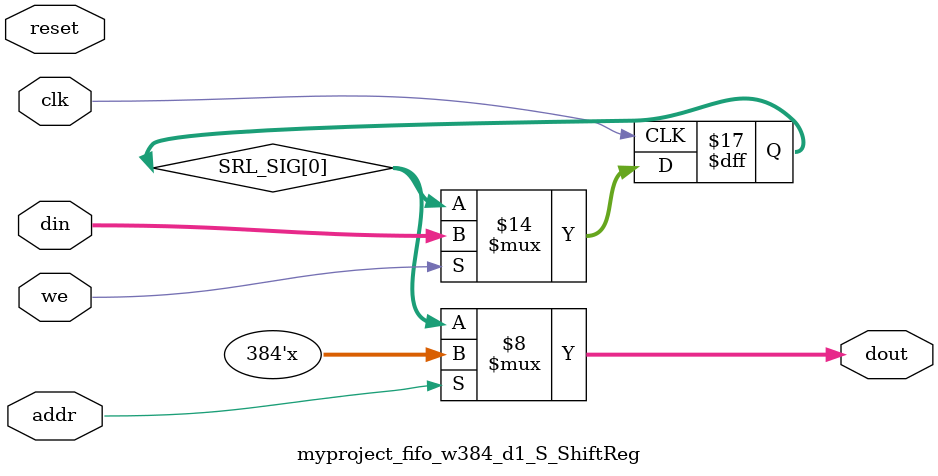
<source format=v>

`timescale 1 ns / 1 ps


module myproject_fifo_w384_d1_S
#(parameter
    MEM_STYLE   = "shiftReg",
    DATA_WIDTH  = 384,
    ADDR_WIDTH  = 1,
    DEPTH       = 1)
(
    // system signal
    input  wire                  clk,
    input  wire                  reset,

    // write
    output wire                  if_full_n,
    input  wire                  if_write_ce,
    input  wire                  if_write,
    input  wire [DATA_WIDTH-1:0] if_din,
    
    // read 
    output wire [ADDR_WIDTH:0]   if_num_data_valid, // for FRP
    output wire [ADDR_WIDTH:0]   if_fifo_cap,       // for FRP
    output wire                  if_empty_n,
    input  wire                  if_read_ce,
    input  wire                  if_read,
    output wire [DATA_WIDTH-1:0] if_dout
);
//------------------------Parameter----------------------

//------------------------Local signal-------------------
    wire [ADDR_WIDTH-1:0]     addr;
    wire                      push;
    wire                      pop;
    reg signed [ADDR_WIDTH:0] mOutPtr;
    reg                       empty_n = 1'b0;
    reg                       full_n  = 1'b1;
    // with almost full?  no 
    // has output register?  no 
//------------------------Instantiation------------------
    myproject_fifo_w384_d1_S_ShiftReg 
    #(  .DATA_WIDTH (DATA_WIDTH),
        .ADDR_WIDTH (ADDR_WIDTH),
        .DEPTH      (DEPTH))
    U_myproject_fifo_w384_d1_S_ShiftReg (
        .clk        (clk),
        .reset      (reset),
        .we         (push),
        .addr       (addr),
        .din        (if_din),
        .dout       (if_dout)
    );
//------------------------Task and function--------------

//------------------------Body---------------------------
    // has num_data_valid ? 
    assign if_num_data_valid = mOutPtr + 1'b1; // yes
    assign if_fifo_cap = DEPTH; // yes  

    // has almost full ? 
    assign if_full_n  = full_n; //no 
    assign push       = full_n & if_write_ce & if_write;

    // has output register? 
    assign if_empty_n = empty_n;  // no
    assign pop        = empty_n & if_read_ce & if_read; // no 

    assign addr       = mOutPtr[ADDR_WIDTH] == 1'b0 ? mOutPtr[ADDR_WIDTH-1:0] : {ADDR_WIDTH{1'b0}};

    // mOutPtr
    always @(posedge clk) begin
        if (reset == 1'b1)
            mOutPtr <= {ADDR_WIDTH+1{1'b1}};
        else if (push & ~pop)
            mOutPtr <= mOutPtr + 1'b1;
        else if (~push & pop)
            mOutPtr <= mOutPtr - 1'b1;
    end

    // full_n
    always @(posedge clk) begin
        if (reset == 1'b1)
            full_n <= 1'b1;
        else if (push & ~pop) begin
            if (mOutPtr == DEPTH - 2)
                full_n <= 1'b0;
        end
        else if (~push & pop)
            full_n <= 1'b1;
    end

    // almost_full_n 

    // empty_n
    always @(posedge clk) begin
        if (reset == 1'b1)
            empty_n <= 1'b0;
        else if (push & ~pop)
            empty_n <= 1'b1;
        else if (~push & pop) begin
            if (mOutPtr == 0)
                empty_n <= 1'b0;
        end
    end
 
    // num_data_valid 

    // dout_vld 

endmodule  


module myproject_fifo_w384_d1_S_ShiftReg
#(parameter
    DATA_WIDTH  = 384,
    ADDR_WIDTH  = 1,
    DEPTH       = 1)
(
    input  wire                  clk,
    input  wire                  reset,
    input  wire                  we,
    input  wire [ADDR_WIDTH-1:0] addr,
    input  wire [DATA_WIDTH-1:0] din,
    //output register? 
    output wire [DATA_WIDTH-1:0] dout // no 
);

    reg [DATA_WIDTH-1:0] SRL_SIG [0:DEPTH-1];
    integer i;

    always @ (posedge clk) begin
        if (we) begin
            for (i=0; i<DEPTH-1; i=i+1)
                SRL_SIG[i+1] <= SRL_SIG[i];
            SRL_SIG[0] <= din;
        end
    end

    //read from SRL, output register? 
    assign dout = SRL_SIG[addr];// no 

endmodule

</source>
